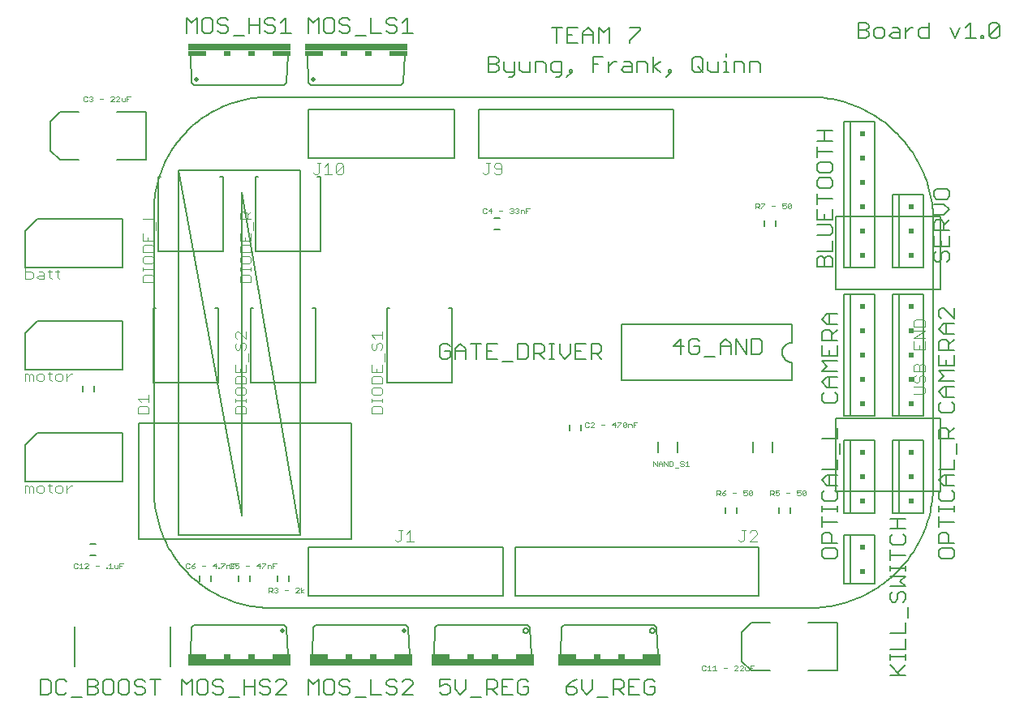
<source format=gto>
G75*
%MOIN*%
%OFA0B0*%
%FSLAX24Y24*%
%IPPOS*%
%LPD*%
%AMOC8*
5,1,8,0,0,1.08239X$1,22.5*
%
%ADD10C,0.0060*%
%ADD11C,0.0020*%
%ADD12C,0.0050*%
%ADD13C,0.0040*%
%ADD14C,0.0080*%
%ADD15R,0.0200X0.0200*%
%ADD16C,0.0200*%
%ADD17R,0.4200X0.0300*%
%ADD18R,0.0750X0.0200*%
%ADD19R,0.0300X0.0200*%
D10*
X005390Y010590D02*
X005710Y010590D01*
X005817Y010697D01*
X005817Y011124D01*
X005710Y011231D01*
X005390Y011231D01*
X005390Y010590D01*
X006035Y010697D02*
X006141Y010590D01*
X006355Y010590D01*
X006462Y010697D01*
X006679Y010483D02*
X007106Y010483D01*
X007324Y010590D02*
X007644Y010590D01*
X007751Y010697D01*
X007751Y010804D01*
X007644Y010910D01*
X007324Y010910D01*
X007644Y010910D02*
X007751Y011017D01*
X007751Y011124D01*
X007644Y011231D01*
X007324Y011231D01*
X007324Y010590D01*
X007968Y010697D02*
X007968Y011124D01*
X008075Y011231D01*
X008288Y011231D01*
X008395Y011124D01*
X008395Y010697D01*
X008288Y010590D01*
X008075Y010590D01*
X007968Y010697D01*
X008613Y010697D02*
X008613Y011124D01*
X008720Y011231D01*
X008933Y011231D01*
X009040Y011124D01*
X009040Y010697D01*
X008933Y010590D01*
X008720Y010590D01*
X008613Y010697D01*
X009257Y010697D02*
X009364Y010590D01*
X009578Y010590D01*
X009684Y010697D01*
X009684Y010804D01*
X009578Y010910D01*
X009364Y010910D01*
X009257Y011017D01*
X009257Y011124D01*
X009364Y011231D01*
X009578Y011231D01*
X009684Y011124D01*
X009902Y011231D02*
X010329Y011231D01*
X010115Y011231D02*
X010115Y010590D01*
X011190Y010590D02*
X011190Y011231D01*
X011404Y011017D01*
X011617Y011231D01*
X011617Y010590D01*
X011835Y010697D02*
X011941Y010590D01*
X012155Y010590D01*
X012262Y010697D01*
X012262Y011124D01*
X012155Y011231D01*
X011941Y011231D01*
X011835Y011124D01*
X011835Y010697D01*
X012479Y010697D02*
X012586Y010590D01*
X012799Y010590D01*
X012906Y010697D01*
X012906Y010804D01*
X012799Y010910D01*
X012586Y010910D01*
X012479Y011017D01*
X012479Y011124D01*
X012586Y011231D01*
X012799Y011231D01*
X012906Y011124D01*
X013124Y010483D02*
X013551Y010483D01*
X013768Y010590D02*
X013768Y011231D01*
X013768Y010910D02*
X014195Y010910D01*
X014413Y011017D02*
X014520Y010910D01*
X014733Y010910D01*
X014840Y010804D01*
X014840Y010697D01*
X014733Y010590D01*
X014520Y010590D01*
X014413Y010697D01*
X014195Y010590D02*
X014195Y011231D01*
X014413Y011124D02*
X014520Y011231D01*
X014733Y011231D01*
X014840Y011124D01*
X015057Y011124D02*
X015164Y011231D01*
X015378Y011231D01*
X015484Y011124D01*
X015484Y011017D01*
X015057Y010590D01*
X015484Y010590D01*
X016390Y010590D02*
X016390Y011231D01*
X016604Y011017D01*
X016817Y011231D01*
X016817Y010590D01*
X017035Y010697D02*
X017141Y010590D01*
X017355Y010590D01*
X017462Y010697D01*
X017462Y011124D01*
X017355Y011231D01*
X017141Y011231D01*
X017035Y011124D01*
X017035Y010697D01*
X017679Y010697D02*
X017786Y010590D01*
X017999Y010590D01*
X018106Y010697D01*
X018106Y010804D01*
X017999Y010910D01*
X017786Y010910D01*
X017679Y011017D01*
X017679Y011124D01*
X017786Y011231D01*
X017999Y011231D01*
X018106Y011124D01*
X018324Y010483D02*
X018751Y010483D01*
X018968Y010590D02*
X019395Y010590D01*
X019613Y010697D02*
X019720Y010590D01*
X019933Y010590D01*
X020040Y010697D01*
X020040Y010804D01*
X019933Y010910D01*
X019720Y010910D01*
X019613Y011017D01*
X019613Y011124D01*
X019720Y011231D01*
X019933Y011231D01*
X020040Y011124D01*
X020257Y011124D02*
X020364Y011231D01*
X020578Y011231D01*
X020684Y011124D01*
X020684Y011017D01*
X020257Y010590D01*
X020684Y010590D01*
X021790Y010697D02*
X021897Y010590D01*
X022110Y010590D01*
X022217Y010697D01*
X022217Y010910D01*
X022110Y011017D01*
X022004Y011017D01*
X021790Y010910D01*
X021790Y011231D01*
X022217Y011231D01*
X022435Y011231D02*
X022435Y010804D01*
X022648Y010590D01*
X022862Y010804D01*
X022862Y011231D01*
X023724Y011231D02*
X024044Y011231D01*
X024151Y011124D01*
X024151Y010910D01*
X024044Y010804D01*
X023724Y010804D01*
X023937Y010804D02*
X024151Y010590D01*
X024368Y010590D02*
X024795Y010590D01*
X025013Y010697D02*
X025013Y011124D01*
X025120Y011231D01*
X025333Y011231D01*
X025440Y011124D01*
X025440Y010910D02*
X025226Y010910D01*
X025440Y010910D02*
X025440Y010697D01*
X025333Y010590D01*
X025120Y010590D01*
X025013Y010697D01*
X024582Y010910D02*
X024368Y010910D01*
X024368Y010590D02*
X024368Y011231D01*
X024795Y011231D01*
X023724Y011231D02*
X023724Y010590D01*
X023506Y010483D02*
X023079Y010483D01*
X020560Y012210D02*
X020510Y013360D01*
X020410Y013460D01*
X016710Y013460D01*
X016610Y013360D01*
X016560Y012210D01*
X015560Y012210D02*
X015510Y013360D01*
X015410Y013460D01*
X011710Y013460D01*
X011610Y013360D01*
X011560Y012210D01*
X014413Y011124D02*
X014413Y011017D01*
X018968Y011231D02*
X018968Y010590D01*
X015596Y015242D02*
X015596Y015478D01*
X015124Y015478D02*
X015124Y015242D01*
X013996Y015242D02*
X013996Y015478D01*
X013524Y015478D02*
X013524Y015242D01*
X012396Y015242D02*
X012396Y015478D01*
X011924Y015478D02*
X011924Y015242D01*
X007678Y016324D02*
X007442Y016324D01*
X007442Y016796D02*
X007678Y016796D01*
X006355Y011231D02*
X006141Y011231D01*
X006035Y011124D01*
X006035Y010697D01*
X006462Y011124D02*
X006355Y011231D01*
X007124Y023042D02*
X007124Y023278D01*
X007596Y023278D02*
X007596Y023042D01*
X021790Y024497D02*
X021897Y024390D01*
X022110Y024390D01*
X022217Y024497D01*
X022217Y024710D01*
X022004Y024710D01*
X022217Y024924D02*
X022110Y025031D01*
X021897Y025031D01*
X021790Y024924D01*
X021790Y024497D01*
X022435Y024390D02*
X022435Y024817D01*
X022648Y025031D01*
X022862Y024817D01*
X022862Y024390D01*
X022862Y024710D02*
X022435Y024710D01*
X023079Y025031D02*
X023506Y025031D01*
X023293Y025031D02*
X023293Y024390D01*
X023724Y024390D02*
X024151Y024390D01*
X024368Y024283D02*
X024795Y024283D01*
X025013Y024390D02*
X025333Y024390D01*
X025440Y024497D01*
X025440Y024924D01*
X025333Y025031D01*
X025013Y025031D01*
X025013Y024390D01*
X025657Y024390D02*
X025657Y025031D01*
X025978Y025031D01*
X026084Y024924D01*
X026084Y024710D01*
X025978Y024604D01*
X025657Y024604D01*
X025871Y024604D02*
X026084Y024390D01*
X026302Y024390D02*
X026515Y024390D01*
X026409Y024390D02*
X026409Y025031D01*
X026515Y025031D02*
X026302Y025031D01*
X026732Y025031D02*
X026732Y024604D01*
X026945Y024390D01*
X027159Y024604D01*
X027159Y025031D01*
X027376Y025031D02*
X027376Y024390D01*
X027803Y024390D01*
X028021Y024390D02*
X028021Y025031D01*
X028341Y025031D01*
X028448Y024924D01*
X028448Y024710D01*
X028341Y024604D01*
X028021Y024604D01*
X028234Y024604D02*
X028448Y024390D01*
X027803Y025031D02*
X027376Y025031D01*
X027376Y024710D02*
X027590Y024710D01*
X029260Y025810D02*
X029260Y023510D01*
X036260Y023510D01*
X036260Y024260D01*
X036221Y024262D01*
X036182Y024268D01*
X036144Y024277D01*
X036107Y024290D01*
X036071Y024307D01*
X036038Y024327D01*
X036006Y024351D01*
X035977Y024377D01*
X035951Y024406D01*
X035927Y024438D01*
X035907Y024471D01*
X035890Y024507D01*
X035877Y024544D01*
X035868Y024582D01*
X035862Y024621D01*
X035860Y024660D01*
X035862Y024699D01*
X035868Y024738D01*
X035877Y024776D01*
X035890Y024813D01*
X035907Y024849D01*
X035927Y024882D01*
X035951Y024914D01*
X035977Y024943D01*
X036006Y024969D01*
X036038Y024993D01*
X036071Y025013D01*
X036107Y025030D01*
X036144Y025043D01*
X036182Y025052D01*
X036221Y025058D01*
X036260Y025060D01*
X036260Y025810D01*
X029260Y025810D01*
X031390Y024910D02*
X031817Y024910D01*
X032035Y024697D02*
X032035Y025124D01*
X032141Y025231D01*
X032355Y025231D01*
X032462Y025124D01*
X032462Y024910D02*
X032248Y024910D01*
X032462Y024910D02*
X032462Y024697D01*
X032355Y024590D01*
X032141Y024590D01*
X032035Y024697D01*
X031710Y024590D02*
X031710Y025231D01*
X031390Y024910D01*
X032679Y024483D02*
X033106Y024483D01*
X033324Y024590D02*
X033324Y025017D01*
X033537Y025231D01*
X033751Y025017D01*
X033751Y024590D01*
X033968Y024590D02*
X033968Y025231D01*
X034395Y024590D01*
X034395Y025231D01*
X034613Y025231D02*
X034933Y025231D01*
X035040Y025124D01*
X035040Y024697D01*
X034933Y024590D01*
X034613Y024590D01*
X034613Y025231D01*
X033751Y024910D02*
X033324Y024910D01*
X037489Y024951D02*
X037489Y024524D01*
X038130Y024524D01*
X038130Y024951D01*
X038130Y025168D02*
X037489Y025168D01*
X037489Y025488D01*
X037596Y025595D01*
X037810Y025595D01*
X037916Y025488D01*
X037916Y025168D01*
X037916Y025382D02*
X038130Y025595D01*
X038130Y025813D02*
X037703Y025813D01*
X037489Y026026D01*
X037703Y026240D01*
X038130Y026240D01*
X037810Y026240D02*
X037810Y025813D01*
X037810Y024737D02*
X037810Y024524D01*
X038130Y024306D02*
X037489Y024306D01*
X037703Y024093D01*
X037489Y023879D01*
X038130Y023879D01*
X038130Y023662D02*
X037703Y023662D01*
X037489Y023448D01*
X037703Y023235D01*
X038130Y023235D01*
X038023Y023017D02*
X038130Y022910D01*
X038130Y022697D01*
X038023Y022590D01*
X037596Y022590D01*
X037489Y022697D01*
X037489Y022910D01*
X037596Y023017D01*
X037810Y023235D02*
X037810Y023662D01*
X038410Y022060D02*
X038410Y027060D01*
X038660Y027060D01*
X039660Y027060D01*
X039660Y022060D01*
X038660Y022060D01*
X038410Y022060D01*
X038660Y022060D02*
X038660Y027060D01*
X038660Y028160D02*
X038410Y028160D01*
X038410Y034160D01*
X038660Y034160D01*
X039660Y034160D01*
X039660Y028160D01*
X038660Y028160D01*
X038660Y034160D01*
X037930Y033773D02*
X037289Y033773D01*
X037610Y033773D02*
X037610Y033346D01*
X037930Y033346D02*
X037289Y033346D01*
X037289Y033129D02*
X037289Y032702D01*
X037289Y032915D02*
X037930Y032915D01*
X037823Y032484D02*
X037396Y032484D01*
X037289Y032378D01*
X037289Y032164D01*
X037396Y032057D01*
X037823Y032057D01*
X037930Y032164D01*
X037930Y032378D01*
X037823Y032484D01*
X037823Y031840D02*
X037396Y031840D01*
X037289Y031733D01*
X037289Y031520D01*
X037396Y031413D01*
X037823Y031413D01*
X037930Y031520D01*
X037930Y031733D01*
X037823Y031840D01*
X037289Y031195D02*
X037289Y030768D01*
X037289Y030982D02*
X037930Y030982D01*
X037930Y030551D02*
X037930Y030124D01*
X037289Y030124D01*
X037289Y030551D01*
X037610Y030337D02*
X037610Y030124D01*
X037823Y029906D02*
X037289Y029906D01*
X037823Y029906D02*
X037930Y029799D01*
X037930Y029586D01*
X037823Y029479D01*
X037289Y029479D01*
X037289Y028835D02*
X037930Y028835D01*
X037930Y029262D01*
X037823Y028617D02*
X037930Y028510D01*
X037930Y028190D01*
X037289Y028190D01*
X037289Y028510D01*
X037396Y028617D01*
X037503Y028617D01*
X037610Y028510D01*
X037610Y028190D01*
X037610Y028510D02*
X037716Y028617D01*
X037823Y028617D01*
X035596Y029842D02*
X035596Y030078D01*
X035124Y030078D02*
X035124Y029842D01*
X040410Y031160D02*
X040410Y028160D01*
X040660Y028160D01*
X040660Y031160D01*
X040410Y031160D01*
X040660Y031160D02*
X041660Y031160D01*
X041660Y028160D01*
X040660Y028160D01*
X040660Y027060D02*
X040410Y027060D01*
X040410Y022060D01*
X040660Y022060D01*
X040660Y027060D01*
X041660Y027060D01*
X041660Y022060D01*
X040660Y022060D01*
X040660Y021060D02*
X040410Y021060D01*
X040410Y018060D01*
X040660Y018060D01*
X040660Y021060D01*
X041660Y021060D01*
X041660Y018060D01*
X040660Y018060D01*
X040610Y017833D02*
X040610Y017406D01*
X040823Y017188D02*
X040930Y017082D01*
X040930Y016868D01*
X040823Y016761D01*
X040396Y016761D01*
X040289Y016868D01*
X040289Y017082D01*
X040396Y017188D01*
X040289Y017406D02*
X040930Y017406D01*
X040930Y017833D02*
X040289Y017833D01*
X039660Y018060D02*
X039660Y021060D01*
X038660Y021060D01*
X038410Y021060D01*
X038410Y018060D01*
X038660Y018060D01*
X038660Y021060D01*
X038237Y020914D02*
X038237Y020487D01*
X038130Y020269D02*
X038130Y019842D01*
X037489Y019842D01*
X037703Y019625D02*
X038130Y019625D01*
X037810Y019625D02*
X037810Y019198D01*
X037703Y019198D02*
X037489Y019411D01*
X037703Y019625D01*
X037703Y019198D02*
X038130Y019198D01*
X038023Y018980D02*
X038130Y018874D01*
X038130Y018660D01*
X038023Y018553D01*
X037596Y018553D01*
X037489Y018660D01*
X037489Y018874D01*
X037596Y018980D01*
X037489Y018337D02*
X037489Y018124D01*
X037489Y018230D02*
X038130Y018230D01*
X038130Y018124D02*
X038130Y018337D01*
X038660Y018060D02*
X039660Y018060D01*
X039660Y017160D02*
X038660Y017160D01*
X038410Y017160D01*
X038410Y015160D01*
X038660Y015160D01*
X038660Y017160D01*
X038130Y016835D02*
X037489Y016835D01*
X037489Y017155D01*
X037596Y017262D01*
X037810Y017262D01*
X037916Y017155D01*
X037916Y016835D01*
X038023Y016617D02*
X037596Y016617D01*
X037489Y016510D01*
X037489Y016297D01*
X037596Y016190D01*
X038023Y016190D01*
X038130Y016297D01*
X038130Y016510D01*
X038023Y016617D01*
X037489Y017479D02*
X037489Y017906D01*
X037489Y017693D02*
X038130Y017693D01*
X039660Y017160D02*
X039660Y015160D01*
X038660Y015160D01*
X040289Y015042D02*
X040930Y015042D01*
X040716Y015256D01*
X040930Y015469D01*
X040289Y015469D01*
X040289Y015687D02*
X040289Y015901D01*
X040289Y015794D02*
X040930Y015794D01*
X040930Y015687D02*
X040930Y015901D01*
X040930Y016330D02*
X040289Y016330D01*
X040289Y016117D02*
X040289Y016544D01*
X040396Y014825D02*
X040289Y014718D01*
X040289Y014505D01*
X040396Y014398D01*
X040503Y014398D01*
X040610Y014505D01*
X040610Y014718D01*
X040716Y014825D01*
X040823Y014825D01*
X040930Y014718D01*
X040930Y014505D01*
X040823Y014398D01*
X041037Y014180D02*
X041037Y013753D01*
X040930Y013536D02*
X040930Y013109D01*
X040289Y013109D01*
X040289Y012464D02*
X040930Y012464D01*
X040930Y012891D01*
X040930Y012248D02*
X040930Y012035D01*
X040930Y012141D02*
X040289Y012141D01*
X040289Y012035D02*
X040289Y012248D01*
X040289Y011817D02*
X040716Y011390D01*
X040610Y011497D02*
X040930Y011817D01*
X040930Y011390D02*
X040289Y011390D01*
X042396Y016190D02*
X042823Y016190D01*
X042930Y016297D01*
X042930Y016510D01*
X042823Y016617D01*
X042396Y016617D01*
X042289Y016510D01*
X042289Y016297D01*
X042396Y016190D01*
X042289Y016835D02*
X042289Y017155D01*
X042396Y017262D01*
X042610Y017262D01*
X042716Y017155D01*
X042716Y016835D01*
X042930Y016835D02*
X042289Y016835D01*
X042289Y017479D02*
X042289Y017906D01*
X042289Y017693D02*
X042930Y017693D01*
X042930Y018124D02*
X042930Y018337D01*
X042930Y018230D02*
X042289Y018230D01*
X042289Y018124D02*
X042289Y018337D01*
X042396Y018553D02*
X042823Y018553D01*
X042930Y018660D01*
X042930Y018874D01*
X042823Y018980D01*
X042930Y019198D02*
X042503Y019198D01*
X042289Y019411D01*
X042503Y019625D01*
X042930Y019625D01*
X042930Y019842D02*
X042930Y020269D01*
X043037Y020487D02*
X043037Y020914D01*
X042930Y021132D02*
X042289Y021132D01*
X042289Y021452D01*
X042396Y021559D01*
X042610Y021559D01*
X042716Y021452D01*
X042716Y021132D01*
X042716Y021345D02*
X042930Y021559D01*
X042823Y022190D02*
X042396Y022190D01*
X042289Y022297D01*
X042289Y022510D01*
X042396Y022617D01*
X042503Y022835D02*
X042289Y023048D01*
X042503Y023262D01*
X042930Y023262D01*
X042930Y023479D02*
X042289Y023479D01*
X042503Y023693D01*
X042289Y023906D01*
X042930Y023906D01*
X042930Y024124D02*
X042289Y024124D01*
X042289Y024551D01*
X042289Y024768D02*
X042289Y025088D01*
X042396Y025195D01*
X042610Y025195D01*
X042716Y025088D01*
X042716Y024768D01*
X042716Y024982D02*
X042930Y025195D01*
X042930Y025413D02*
X042503Y025413D01*
X042289Y025626D01*
X042503Y025840D01*
X042930Y025840D01*
X042930Y026057D02*
X042503Y026484D01*
X042396Y026484D01*
X042289Y026378D01*
X042289Y026164D01*
X042396Y026057D01*
X042610Y025840D02*
X042610Y025413D01*
X042930Y026057D02*
X042930Y026484D01*
X042930Y024768D02*
X042289Y024768D01*
X042610Y024337D02*
X042610Y024124D01*
X042930Y024124D02*
X042930Y024551D01*
X042610Y023262D02*
X042610Y022835D01*
X042503Y022835D02*
X042930Y022835D01*
X042823Y022617D02*
X042930Y022510D01*
X042930Y022297D01*
X042823Y022190D01*
X042930Y019842D02*
X042289Y019842D01*
X042610Y019625D02*
X042610Y019198D01*
X042396Y018980D02*
X042289Y018874D01*
X042289Y018660D01*
X042396Y018553D01*
X038130Y021132D02*
X038130Y021559D01*
X038130Y021132D02*
X037489Y021132D01*
X036196Y018278D02*
X036196Y018042D01*
X035724Y018042D02*
X035724Y018278D01*
X033996Y018278D02*
X033996Y018042D01*
X033524Y018042D02*
X033524Y018278D01*
X027596Y021442D02*
X027596Y021678D01*
X027124Y021678D02*
X027124Y021442D01*
X023724Y024390D02*
X023724Y025031D01*
X024151Y025031D01*
X023937Y024710D02*
X023724Y024710D01*
X024042Y029724D02*
X024278Y029724D01*
X024278Y030196D02*
X024042Y030196D01*
X020210Y035660D02*
X016510Y035660D01*
X016410Y035760D01*
X016360Y036910D01*
X015560Y036910D02*
X015510Y035760D01*
X015410Y035660D01*
X011710Y035660D01*
X011610Y035760D01*
X011560Y036910D01*
X011390Y037790D02*
X011390Y038431D01*
X011604Y038217D01*
X011817Y038431D01*
X011817Y037790D01*
X012035Y037897D02*
X012035Y038324D01*
X012141Y038431D01*
X012355Y038431D01*
X012462Y038324D01*
X012462Y037897D01*
X012355Y037790D01*
X012141Y037790D01*
X012035Y037897D01*
X012679Y037897D02*
X012786Y037790D01*
X012999Y037790D01*
X013106Y037897D01*
X013106Y038004D01*
X012999Y038110D01*
X012786Y038110D01*
X012679Y038217D01*
X012679Y038324D01*
X012786Y038431D01*
X012999Y038431D01*
X013106Y038324D01*
X013968Y038431D02*
X013968Y037790D01*
X013751Y037683D02*
X013324Y037683D01*
X013968Y038110D02*
X014395Y038110D01*
X014613Y038217D02*
X014720Y038110D01*
X014933Y038110D01*
X015040Y038004D01*
X015040Y037897D01*
X014933Y037790D01*
X014720Y037790D01*
X014613Y037897D01*
X014395Y037790D02*
X014395Y038431D01*
X014613Y038324D02*
X014613Y038217D01*
X014613Y038324D02*
X014720Y038431D01*
X014933Y038431D01*
X015040Y038324D01*
X015257Y038217D02*
X015471Y038431D01*
X015471Y037790D01*
X015684Y037790D02*
X015257Y037790D01*
X016390Y037790D02*
X016390Y038431D01*
X016604Y038217D01*
X016817Y038431D01*
X016817Y037790D01*
X017035Y037897D02*
X017141Y037790D01*
X017355Y037790D01*
X017462Y037897D01*
X017462Y038324D01*
X017355Y038431D01*
X017141Y038431D01*
X017035Y038324D01*
X017035Y037897D01*
X017679Y037897D02*
X017786Y037790D01*
X017999Y037790D01*
X018106Y037897D01*
X018106Y038004D01*
X017999Y038110D01*
X017786Y038110D01*
X017679Y038217D01*
X017679Y038324D01*
X017786Y038431D01*
X017999Y038431D01*
X018106Y038324D01*
X018324Y037683D02*
X018751Y037683D01*
X018968Y037790D02*
X019395Y037790D01*
X019613Y037897D02*
X019720Y037790D01*
X019933Y037790D01*
X020040Y037897D01*
X020040Y038004D01*
X019933Y038110D01*
X019720Y038110D01*
X019613Y038217D01*
X019613Y038324D01*
X019720Y038431D01*
X019933Y038431D01*
X020040Y038324D01*
X020257Y038217D02*
X020471Y038431D01*
X020471Y037790D01*
X020684Y037790D02*
X020257Y037790D01*
X018968Y037790D02*
X018968Y038431D01*
X020360Y036910D02*
X020310Y035760D01*
X020210Y035660D01*
X023790Y036190D02*
X024110Y036190D01*
X024217Y036297D01*
X024217Y036404D01*
X024110Y036510D01*
X023790Y036510D01*
X023790Y036190D02*
X023790Y036831D01*
X024110Y036831D01*
X024217Y036724D01*
X024217Y036617D01*
X024110Y036510D01*
X024435Y036617D02*
X024435Y036297D01*
X024541Y036190D01*
X024862Y036190D01*
X024862Y036083D02*
X024755Y035976D01*
X024648Y035976D01*
X024862Y036083D02*
X024862Y036617D01*
X025079Y036617D02*
X025079Y036297D01*
X025186Y036190D01*
X025506Y036190D01*
X025506Y036617D01*
X025724Y036617D02*
X026044Y036617D01*
X026151Y036510D01*
X026151Y036190D01*
X026368Y036297D02*
X026475Y036190D01*
X026795Y036190D01*
X026795Y036083D02*
X026795Y036617D01*
X026475Y036617D01*
X026368Y036510D01*
X026368Y036297D01*
X026582Y035976D02*
X026688Y035976D01*
X026795Y036083D01*
X027013Y035976D02*
X027226Y036190D01*
X027120Y036190D01*
X027120Y036297D01*
X027226Y036297D01*
X027226Y036190D01*
X028087Y036190D02*
X028087Y036831D01*
X028514Y036831D01*
X028732Y036617D02*
X028732Y036190D01*
X028732Y036404D02*
X028945Y036617D01*
X029052Y036617D01*
X029375Y036617D02*
X029589Y036617D01*
X029696Y036510D01*
X029696Y036190D01*
X029375Y036190D01*
X029269Y036297D01*
X029375Y036404D01*
X029696Y036404D01*
X029913Y036617D02*
X030233Y036617D01*
X030340Y036510D01*
X030340Y036190D01*
X030558Y036190D02*
X030558Y036831D01*
X030878Y036617D02*
X030558Y036404D01*
X030878Y036190D01*
X031095Y035976D02*
X031308Y036190D01*
X031202Y036190D01*
X031202Y036297D01*
X031308Y036297D01*
X031308Y036190D01*
X032169Y036297D02*
X032276Y036190D01*
X032489Y036190D01*
X032596Y036297D01*
X032596Y036724D01*
X032489Y036831D01*
X032276Y036831D01*
X032169Y036724D01*
X032169Y036297D01*
X032383Y036404D02*
X032596Y036190D01*
X032814Y036297D02*
X032920Y036190D01*
X033241Y036190D01*
X033241Y036617D01*
X033458Y036617D02*
X033565Y036617D01*
X033565Y036190D01*
X033458Y036190D02*
X033672Y036190D01*
X033888Y036190D02*
X033888Y036617D01*
X034208Y036617D01*
X034315Y036510D01*
X034315Y036190D01*
X034532Y036190D02*
X034532Y036617D01*
X034853Y036617D01*
X034960Y036510D01*
X034960Y036190D01*
X033565Y036831D02*
X033565Y036937D01*
X032814Y036617D02*
X032814Y036297D01*
X029913Y036190D02*
X029913Y036617D01*
X029613Y037390D02*
X029613Y037497D01*
X030040Y037924D01*
X030040Y038031D01*
X029613Y038031D01*
X028751Y038031D02*
X028751Y037390D01*
X028324Y037390D02*
X028324Y038031D01*
X028537Y037817D01*
X028751Y038031D01*
X028106Y037817D02*
X028106Y037390D01*
X028106Y037710D02*
X027679Y037710D01*
X027679Y037817D02*
X027679Y037390D01*
X027462Y037390D02*
X027035Y037390D01*
X027035Y038031D01*
X027462Y038031D01*
X027679Y037817D02*
X027893Y038031D01*
X028106Y037817D01*
X027248Y037710D02*
X027035Y037710D01*
X026817Y038031D02*
X026390Y038031D01*
X026604Y038031D02*
X026604Y037390D01*
X025724Y036617D02*
X025724Y036190D01*
X028087Y036510D02*
X028301Y036510D01*
X038990Y037590D02*
X039310Y037590D01*
X039417Y037697D01*
X039417Y037804D01*
X039310Y037910D01*
X038990Y037910D01*
X038990Y037590D02*
X038990Y038231D01*
X039310Y038231D01*
X039417Y038124D01*
X039417Y038017D01*
X039310Y037910D01*
X039635Y037910D02*
X039635Y037697D01*
X039741Y037590D01*
X039955Y037590D01*
X040062Y037697D01*
X040062Y037910D01*
X039955Y038017D01*
X039741Y038017D01*
X039635Y037910D01*
X040279Y037697D02*
X040386Y037804D01*
X040706Y037804D01*
X040706Y037910D02*
X040706Y037590D01*
X040386Y037590D01*
X040279Y037697D01*
X040386Y038017D02*
X040599Y038017D01*
X040706Y037910D01*
X040924Y037804D02*
X041137Y038017D01*
X041244Y038017D01*
X041461Y037910D02*
X041568Y038017D01*
X041888Y038017D01*
X041888Y038231D02*
X041888Y037590D01*
X041568Y037590D01*
X041461Y037697D01*
X041461Y037910D01*
X040924Y038017D02*
X040924Y037590D01*
X042750Y038017D02*
X042963Y037590D01*
X043177Y038017D01*
X043394Y038017D02*
X043608Y038231D01*
X043608Y037590D01*
X043821Y037590D02*
X043394Y037590D01*
X044039Y037590D02*
X044146Y037590D01*
X044146Y037697D01*
X044039Y037697D01*
X044039Y037590D01*
X044361Y037697D02*
X044788Y038124D01*
X044788Y037697D01*
X044682Y037590D01*
X044468Y037590D01*
X044361Y037697D01*
X044361Y038124D01*
X044468Y038231D01*
X044682Y038231D01*
X044788Y038124D01*
X042623Y031395D02*
X042196Y031395D01*
X042089Y031288D01*
X042089Y031075D01*
X042196Y030968D01*
X042623Y030968D01*
X042730Y031075D01*
X042730Y031288D01*
X042623Y031395D01*
X042516Y030751D02*
X042089Y030751D01*
X042089Y030324D02*
X042516Y030324D01*
X042730Y030537D01*
X042516Y030751D01*
X042410Y030106D02*
X042196Y030106D01*
X042089Y029999D01*
X042089Y029679D01*
X042730Y029679D01*
X042516Y029679D02*
X042516Y029999D01*
X042410Y030106D01*
X042516Y029893D02*
X042730Y030106D01*
X042730Y029462D02*
X042730Y029035D01*
X042089Y029035D01*
X042089Y029462D01*
X042410Y029248D02*
X042410Y029035D01*
X042516Y028817D02*
X042623Y028817D01*
X042730Y028710D01*
X042730Y028497D01*
X042623Y028390D01*
X042410Y028497D02*
X042410Y028710D01*
X042516Y028817D01*
X042196Y028817D02*
X042089Y028710D01*
X042089Y028497D01*
X042196Y028390D01*
X042303Y028390D01*
X042410Y028497D01*
X030533Y011231D02*
X030320Y011231D01*
X030213Y011124D01*
X030213Y010697D01*
X030320Y010590D01*
X030533Y010590D01*
X030640Y010697D01*
X030640Y010910D01*
X030426Y010910D01*
X030640Y011124D02*
X030533Y011231D01*
X029995Y011231D02*
X029568Y011231D01*
X029568Y010590D01*
X029995Y010590D01*
X029782Y010910D02*
X029568Y010910D01*
X029351Y010910D02*
X029244Y010804D01*
X028924Y010804D01*
X029137Y010804D02*
X029351Y010590D01*
X029351Y010910D02*
X029351Y011124D01*
X029244Y011231D01*
X028924Y011231D01*
X028924Y010590D01*
X028706Y010483D02*
X028279Y010483D01*
X028062Y010804D02*
X028062Y011231D01*
X027635Y011231D02*
X027635Y010804D01*
X027848Y010590D01*
X028062Y010804D01*
X027417Y010804D02*
X027417Y010697D01*
X027310Y010590D01*
X027097Y010590D01*
X026990Y010697D01*
X026990Y010910D01*
X027310Y010910D01*
X027417Y010804D01*
X027204Y011124D02*
X026990Y010910D01*
X027204Y011124D02*
X027417Y011231D01*
D11*
X032570Y011607D02*
X032607Y011570D01*
X032680Y011570D01*
X032717Y011607D01*
X032791Y011570D02*
X032938Y011570D01*
X032864Y011570D02*
X032864Y011790D01*
X032791Y011717D01*
X032717Y011753D02*
X032680Y011790D01*
X032607Y011790D01*
X032570Y011753D01*
X032570Y011607D01*
X033012Y011570D02*
X033159Y011570D01*
X033085Y011570D02*
X033085Y011790D01*
X033012Y011717D01*
X033454Y011680D02*
X033601Y011680D01*
X033896Y011753D02*
X033933Y011790D01*
X034006Y011790D01*
X034043Y011753D01*
X034043Y011717D01*
X033896Y011570D01*
X034043Y011570D01*
X034117Y011570D02*
X034264Y011717D01*
X034264Y011753D01*
X034227Y011790D01*
X034154Y011790D01*
X034117Y011753D01*
X034117Y011570D02*
X034264Y011570D01*
X034338Y011607D02*
X034375Y011570D01*
X034485Y011570D01*
X034485Y011717D01*
X034559Y011680D02*
X034632Y011680D01*
X034559Y011570D02*
X034559Y011790D01*
X034706Y011790D01*
X034338Y011717D02*
X034338Y011607D01*
X034312Y018770D02*
X034275Y018807D01*
X034312Y018770D02*
X034385Y018770D01*
X034422Y018807D01*
X034422Y018880D01*
X034385Y018917D01*
X034348Y018917D01*
X034275Y018880D01*
X034275Y018990D01*
X034422Y018990D01*
X034496Y018953D02*
X034533Y018990D01*
X034606Y018990D01*
X034643Y018953D01*
X034496Y018807D01*
X034533Y018770D01*
X034606Y018770D01*
X034643Y018807D01*
X034643Y018953D01*
X034496Y018953D02*
X034496Y018807D01*
X033980Y018880D02*
X033833Y018880D01*
X033538Y018843D02*
X033501Y018880D01*
X033391Y018880D01*
X033391Y018807D01*
X033428Y018770D01*
X033501Y018770D01*
X033538Y018807D01*
X033538Y018843D01*
X033464Y018953D02*
X033391Y018880D01*
X033317Y018880D02*
X033280Y018843D01*
X033170Y018843D01*
X033170Y018770D02*
X033170Y018990D01*
X033280Y018990D01*
X033317Y018953D01*
X033317Y018880D01*
X033243Y018843D02*
X033317Y018770D01*
X033464Y018953D02*
X033538Y018990D01*
X032043Y019970D02*
X031896Y019970D01*
X031969Y019970D02*
X031969Y020190D01*
X031896Y020117D01*
X031822Y020153D02*
X031785Y020190D01*
X031712Y020190D01*
X031675Y020153D01*
X031675Y020117D01*
X031712Y020080D01*
X031785Y020080D01*
X031822Y020043D01*
X031822Y020007D01*
X031785Y019970D01*
X031712Y019970D01*
X031675Y020007D01*
X031601Y019933D02*
X031454Y019933D01*
X031380Y020007D02*
X031380Y020153D01*
X031343Y020190D01*
X031233Y020190D01*
X031233Y019970D01*
X031343Y019970D01*
X031380Y020007D01*
X031159Y019970D02*
X031159Y020190D01*
X031012Y020190D02*
X031159Y019970D01*
X031012Y019970D02*
X031012Y020190D01*
X030938Y020117D02*
X030938Y019970D01*
X030938Y020080D02*
X030791Y020080D01*
X030791Y020117D02*
X030864Y020190D01*
X030938Y020117D01*
X030791Y020117D02*
X030791Y019970D01*
X030717Y019970D02*
X030717Y020190D01*
X030570Y020190D02*
X030717Y019970D01*
X030570Y019970D02*
X030570Y020190D01*
X029759Y021570D02*
X029759Y021790D01*
X029906Y021790D01*
X029832Y021680D02*
X029759Y021680D01*
X029685Y021680D02*
X029685Y021570D01*
X029685Y021680D02*
X029648Y021717D01*
X029538Y021717D01*
X029538Y021570D01*
X029464Y021607D02*
X029427Y021570D01*
X029354Y021570D01*
X029317Y021607D01*
X029464Y021753D01*
X029464Y021607D01*
X029464Y021753D02*
X029427Y021790D01*
X029354Y021790D01*
X029317Y021753D01*
X029317Y021607D01*
X029243Y021753D02*
X029096Y021607D01*
X029096Y021570D01*
X028985Y021570D02*
X028985Y021790D01*
X028875Y021680D01*
X029022Y021680D01*
X029096Y021790D02*
X029243Y021790D01*
X029243Y021753D01*
X028580Y021680D02*
X028433Y021680D01*
X028138Y021717D02*
X027991Y021570D01*
X028138Y021570D01*
X028138Y021717D02*
X028138Y021753D01*
X028101Y021790D01*
X028028Y021790D01*
X027991Y021753D01*
X027917Y021753D02*
X027880Y021790D01*
X027807Y021790D01*
X027770Y021753D01*
X027770Y021607D01*
X027807Y021570D01*
X027880Y021570D01*
X027917Y021607D01*
X035370Y018990D02*
X035480Y018990D01*
X035517Y018953D01*
X035517Y018880D01*
X035480Y018843D01*
X035370Y018843D01*
X035370Y018770D02*
X035370Y018990D01*
X035443Y018843D02*
X035517Y018770D01*
X035591Y018807D02*
X035628Y018770D01*
X035701Y018770D01*
X035738Y018807D01*
X035738Y018880D01*
X035701Y018917D01*
X035664Y018917D01*
X035591Y018880D01*
X035591Y018990D01*
X035738Y018990D01*
X036033Y018880D02*
X036180Y018880D01*
X036475Y018880D02*
X036548Y018917D01*
X036585Y018917D01*
X036622Y018880D01*
X036622Y018807D01*
X036585Y018770D01*
X036512Y018770D01*
X036475Y018807D01*
X036475Y018880D02*
X036475Y018990D01*
X036622Y018990D01*
X036696Y018953D02*
X036733Y018990D01*
X036806Y018990D01*
X036843Y018953D01*
X036696Y018807D01*
X036733Y018770D01*
X036806Y018770D01*
X036843Y018807D01*
X036843Y018953D01*
X036696Y018953D02*
X036696Y018807D01*
X036206Y030570D02*
X036133Y030570D01*
X036096Y030607D01*
X036243Y030753D01*
X036243Y030607D01*
X036206Y030570D01*
X036096Y030607D02*
X036096Y030753D01*
X036133Y030790D01*
X036206Y030790D01*
X036243Y030753D01*
X036022Y030790D02*
X035875Y030790D01*
X035875Y030680D01*
X035948Y030717D01*
X035985Y030717D01*
X036022Y030680D01*
X036022Y030607D01*
X035985Y030570D01*
X035912Y030570D01*
X035875Y030607D01*
X035580Y030680D02*
X035433Y030680D01*
X035138Y030753D02*
X034991Y030607D01*
X034991Y030570D01*
X034917Y030570D02*
X034843Y030643D01*
X034880Y030643D02*
X034770Y030643D01*
X034770Y030570D02*
X034770Y030790D01*
X034880Y030790D01*
X034917Y030753D01*
X034917Y030680D01*
X034880Y030643D01*
X034991Y030790D02*
X035138Y030790D01*
X035138Y030753D01*
X025485Y030590D02*
X025338Y030590D01*
X025338Y030370D01*
X025264Y030370D02*
X025264Y030480D01*
X025227Y030517D01*
X025117Y030517D01*
X025117Y030370D01*
X025043Y030407D02*
X025006Y030370D01*
X024933Y030370D01*
X024896Y030407D01*
X024822Y030407D02*
X024785Y030370D01*
X024712Y030370D01*
X024675Y030407D01*
X024748Y030480D02*
X024785Y030480D01*
X024822Y030443D01*
X024822Y030407D01*
X024785Y030480D02*
X024822Y030517D01*
X024822Y030553D01*
X024785Y030590D01*
X024712Y030590D01*
X024675Y030553D01*
X024896Y030553D02*
X024933Y030590D01*
X025006Y030590D01*
X025043Y030553D01*
X025043Y030517D01*
X025006Y030480D01*
X025043Y030443D01*
X025043Y030407D01*
X025006Y030480D02*
X024969Y030480D01*
X025338Y030480D02*
X025411Y030480D01*
X024380Y030480D02*
X024233Y030480D01*
X023938Y030480D02*
X023791Y030480D01*
X023901Y030590D01*
X023901Y030370D01*
X023717Y030407D02*
X023680Y030370D01*
X023607Y030370D01*
X023570Y030407D01*
X023570Y030553D01*
X023607Y030590D01*
X023680Y030590D01*
X023717Y030553D01*
X009085Y035190D02*
X008938Y035190D01*
X008938Y034970D01*
X008864Y034970D02*
X008864Y035117D01*
X008938Y035080D02*
X009011Y035080D01*
X008864Y034970D02*
X008754Y034970D01*
X008717Y035007D01*
X008717Y035117D01*
X008643Y035117D02*
X008643Y035153D01*
X008606Y035190D01*
X008533Y035190D01*
X008496Y035153D01*
X008422Y035153D02*
X008385Y035190D01*
X008312Y035190D01*
X008275Y035153D01*
X008422Y035153D02*
X008422Y035117D01*
X008275Y034970D01*
X008422Y034970D01*
X008496Y034970D02*
X008643Y035117D01*
X008643Y034970D02*
X008496Y034970D01*
X007980Y035080D02*
X007833Y035080D01*
X007538Y035043D02*
X007538Y035007D01*
X007501Y034970D01*
X007428Y034970D01*
X007391Y035007D01*
X007317Y035007D02*
X007280Y034970D01*
X007207Y034970D01*
X007170Y035007D01*
X007170Y035153D01*
X007207Y035190D01*
X007280Y035190D01*
X007317Y035153D01*
X007391Y035153D02*
X007428Y035190D01*
X007501Y035190D01*
X007538Y035153D01*
X007538Y035117D01*
X007501Y035080D01*
X007538Y035043D01*
X007501Y035080D02*
X007464Y035080D01*
X007322Y015990D02*
X007249Y015990D01*
X007212Y015953D01*
X007322Y015990D02*
X007359Y015953D01*
X007359Y015917D01*
X007212Y015770D01*
X007359Y015770D01*
X007138Y015770D02*
X006991Y015770D01*
X007064Y015770D02*
X007064Y015990D01*
X006991Y015917D01*
X006917Y015953D02*
X006880Y015990D01*
X006807Y015990D01*
X006770Y015953D01*
X006770Y015807D01*
X006807Y015770D01*
X006880Y015770D01*
X006917Y015807D01*
X007654Y015880D02*
X007801Y015880D01*
X008096Y015807D02*
X008133Y015807D01*
X008133Y015770D01*
X008096Y015770D01*
X008096Y015807D01*
X008206Y015770D02*
X008353Y015770D01*
X008280Y015770D02*
X008280Y015990D01*
X008206Y015917D01*
X008427Y015917D02*
X008427Y015807D01*
X008464Y015770D01*
X008574Y015770D01*
X008574Y015917D01*
X008648Y015880D02*
X008722Y015880D01*
X008648Y015990D02*
X008795Y015990D01*
X008648Y015990D02*
X008648Y015770D01*
X011370Y015807D02*
X011407Y015770D01*
X011480Y015770D01*
X011517Y015807D01*
X011591Y015807D02*
X011628Y015770D01*
X011701Y015770D01*
X011738Y015807D01*
X011738Y015843D01*
X011701Y015880D01*
X011591Y015880D01*
X011591Y015807D01*
X011591Y015880D02*
X011664Y015953D01*
X011738Y015990D01*
X011517Y015953D02*
X011480Y015990D01*
X011407Y015990D01*
X011370Y015953D01*
X011370Y015807D01*
X012033Y015880D02*
X012180Y015880D01*
X012475Y015880D02*
X012622Y015880D01*
X012696Y015807D02*
X012733Y015807D01*
X012733Y015770D01*
X012696Y015770D01*
X012696Y015807D01*
X012806Y015807D02*
X012806Y015770D01*
X012806Y015807D02*
X012953Y015953D01*
X012953Y015990D01*
X012806Y015990D01*
X012585Y015990D02*
X012475Y015880D01*
X012585Y015770D02*
X012585Y015990D01*
X013027Y015917D02*
X013027Y015770D01*
X013027Y015917D02*
X013138Y015917D01*
X013174Y015880D01*
X013174Y015770D01*
X013207Y015770D02*
X013280Y015770D01*
X013317Y015807D01*
X013322Y015880D02*
X013248Y015880D01*
X013317Y015953D02*
X013280Y015990D01*
X013207Y015990D01*
X013170Y015953D01*
X013170Y015807D01*
X013207Y015770D01*
X013248Y015770D02*
X013248Y015990D01*
X013395Y015990D01*
X013391Y015990D02*
X013391Y015880D01*
X013464Y015917D01*
X013501Y015917D01*
X013538Y015880D01*
X013538Y015807D01*
X013501Y015770D01*
X013428Y015770D01*
X013391Y015807D01*
X013391Y015990D02*
X013538Y015990D01*
X013833Y015880D02*
X013980Y015880D01*
X014275Y015880D02*
X014422Y015880D01*
X014496Y015807D02*
X014496Y015770D01*
X014496Y015807D02*
X014643Y015953D01*
X014643Y015990D01*
X014496Y015990D01*
X014385Y015990D02*
X014275Y015880D01*
X014385Y015770D02*
X014385Y015990D01*
X014717Y015917D02*
X014717Y015770D01*
X014864Y015770D02*
X014864Y015880D01*
X014827Y015917D01*
X014717Y015917D01*
X014938Y015880D02*
X015011Y015880D01*
X014938Y015770D02*
X014938Y015990D01*
X015085Y015990D01*
X015101Y014990D02*
X015138Y014953D01*
X015138Y014917D01*
X015101Y014880D01*
X015138Y014843D01*
X015138Y014807D01*
X015101Y014770D01*
X015028Y014770D01*
X014991Y014807D01*
X014917Y014770D02*
X014843Y014843D01*
X014880Y014843D02*
X014770Y014843D01*
X014770Y014770D02*
X014770Y014990D01*
X014880Y014990D01*
X014917Y014953D01*
X014917Y014880D01*
X014880Y014843D01*
X014991Y014953D02*
X015028Y014990D01*
X015101Y014990D01*
X015101Y014880D02*
X015064Y014880D01*
X015433Y014880D02*
X015580Y014880D01*
X015875Y014953D02*
X015912Y014990D01*
X015985Y014990D01*
X016022Y014953D01*
X016022Y014917D01*
X015875Y014770D01*
X016022Y014770D01*
X016096Y014770D02*
X016096Y014990D01*
X016206Y014917D02*
X016096Y014843D01*
X016206Y014770D01*
D12*
X016410Y014660D02*
X016410Y016660D01*
X024410Y016660D01*
X024410Y014660D01*
X016410Y014660D01*
X014860Y014160D02*
X036760Y014160D01*
X034910Y014660D02*
X034910Y016660D01*
X024910Y016660D01*
X024910Y014660D01*
X034910Y014660D01*
X030710Y013360D02*
X030760Y012210D01*
X030430Y013220D02*
X030432Y013240D01*
X030438Y013258D01*
X030447Y013276D01*
X030459Y013291D01*
X030474Y013303D01*
X030492Y013312D01*
X030510Y013318D01*
X030530Y013320D01*
X030550Y013318D01*
X030568Y013312D01*
X030586Y013303D01*
X030601Y013291D01*
X030613Y013276D01*
X030622Y013258D01*
X030628Y013240D01*
X030630Y013220D01*
X030628Y013200D01*
X030622Y013182D01*
X030613Y013164D01*
X030601Y013149D01*
X030586Y013137D01*
X030568Y013128D01*
X030550Y013122D01*
X030530Y013120D01*
X030510Y013122D01*
X030492Y013128D01*
X030474Y013137D01*
X030459Y013149D01*
X030447Y013164D01*
X030438Y013182D01*
X030432Y013200D01*
X030430Y013220D01*
X030610Y013460D02*
X030710Y013360D01*
X030610Y013460D02*
X026910Y013460D01*
X026810Y013360D01*
X026760Y012210D01*
X025560Y012210D02*
X025510Y013360D01*
X025410Y013460D01*
X021710Y013460D01*
X021610Y013360D01*
X021560Y012210D01*
X025230Y013220D02*
X025232Y013240D01*
X025238Y013258D01*
X025247Y013276D01*
X025259Y013291D01*
X025274Y013303D01*
X025292Y013312D01*
X025310Y013318D01*
X025330Y013320D01*
X025350Y013318D01*
X025368Y013312D01*
X025386Y013303D01*
X025401Y013291D01*
X025413Y013276D01*
X025422Y013258D01*
X025428Y013240D01*
X025430Y013220D01*
X025428Y013200D01*
X025422Y013182D01*
X025413Y013164D01*
X025401Y013149D01*
X025386Y013137D01*
X025368Y013128D01*
X025350Y013122D01*
X025330Y013120D01*
X025310Y013122D01*
X025292Y013128D01*
X025274Y013137D01*
X025259Y013149D01*
X025247Y013164D01*
X025238Y013182D01*
X025232Y013200D01*
X025230Y013220D01*
X018176Y016994D02*
X018176Y021744D01*
X009426Y021744D01*
X009426Y016994D01*
X018176Y016994D01*
X016060Y017160D02*
X013660Y031260D01*
X013660Y017960D01*
X011060Y032160D01*
X011060Y017160D01*
X016060Y017160D01*
X016060Y032160D01*
X011060Y032160D01*
X010340Y031900D02*
X010221Y031900D01*
X010221Y028829D01*
X012899Y028829D01*
X012899Y031900D01*
X012780Y031900D01*
X014221Y031900D02*
X014221Y028829D01*
X016899Y028829D01*
X016899Y031900D01*
X016780Y031900D01*
X016410Y032660D02*
X016410Y034660D01*
X022410Y034660D01*
X022410Y032660D01*
X016410Y032660D01*
X014340Y031900D02*
X014221Y031900D01*
X014760Y035160D02*
X014624Y035158D01*
X014488Y035152D01*
X014352Y035142D01*
X014217Y035129D01*
X014082Y035111D01*
X013948Y035089D01*
X013814Y035064D01*
X013681Y035035D01*
X013549Y035001D01*
X013418Y034964D01*
X013288Y034924D01*
X013160Y034879D01*
X013033Y034831D01*
X012907Y034779D01*
X012783Y034724D01*
X012660Y034665D01*
X012539Y034602D01*
X012420Y034536D01*
X012303Y034467D01*
X012188Y034394D01*
X012075Y034318D01*
X011965Y034239D01*
X011857Y034156D01*
X011751Y034071D01*
X011648Y033982D01*
X011547Y033891D01*
X011449Y033796D01*
X011354Y033699D01*
X011262Y033599D01*
X011172Y033497D01*
X011086Y033391D01*
X011002Y033284D01*
X010922Y033174D01*
X010845Y033062D01*
X010772Y032947D01*
X010701Y032831D01*
X010634Y032712D01*
X010571Y032592D01*
X010511Y032470D01*
X010454Y032346D01*
X010402Y032221D01*
X010352Y032094D01*
X010307Y031966D01*
X010265Y031836D01*
X010227Y031706D01*
X010193Y031574D01*
X010163Y031441D01*
X010136Y031308D01*
X010114Y031174D01*
X010095Y031039D01*
X010080Y030904D01*
X010069Y030768D01*
X010062Y030632D01*
X010059Y030496D01*
X010060Y030360D01*
X010060Y018960D01*
X008760Y019360D02*
X008760Y021360D01*
X005260Y021360D01*
X004760Y020860D01*
X004760Y019360D01*
X008760Y019360D01*
X010021Y023429D02*
X012699Y023429D01*
X012699Y026500D01*
X012580Y026500D01*
X014021Y026500D02*
X014021Y023429D01*
X016699Y023429D01*
X016699Y026500D01*
X016580Y026500D01*
X014140Y026500D02*
X014021Y026500D01*
X010140Y026500D02*
X010021Y026500D01*
X010021Y023429D01*
X008760Y023960D02*
X008760Y025960D01*
X005260Y025960D01*
X004760Y025460D01*
X004760Y023960D01*
X008760Y023960D01*
X008760Y028160D02*
X004760Y028160D01*
X004760Y029660D01*
X005260Y030160D01*
X008760Y030160D01*
X008760Y028160D01*
X014760Y035160D02*
X036660Y035160D01*
X031410Y034660D02*
X031410Y032660D01*
X023410Y032660D01*
X023410Y034660D01*
X031410Y034660D01*
X036660Y035160D02*
X036801Y035167D01*
X036941Y035169D01*
X037082Y035168D01*
X037223Y035162D01*
X037363Y035153D01*
X037504Y035140D01*
X037643Y035123D01*
X037783Y035102D01*
X037921Y035078D01*
X038059Y035049D01*
X038196Y035017D01*
X038332Y034981D01*
X038467Y034942D01*
X038601Y034898D01*
X038734Y034851D01*
X038865Y034800D01*
X038995Y034746D01*
X039124Y034688D01*
X039250Y034627D01*
X039375Y034562D01*
X039498Y034494D01*
X039620Y034422D01*
X039739Y034347D01*
X039856Y034269D01*
X039971Y034188D01*
X040083Y034103D01*
X040194Y034016D01*
X040301Y033925D01*
X040407Y033831D01*
X040509Y033735D01*
X040609Y033636D01*
X040706Y033534D01*
X040800Y033429D01*
X040892Y033322D01*
X040980Y033213D01*
X041066Y033101D01*
X041148Y032986D01*
X041227Y032870D01*
X041303Y032751D01*
X041375Y032631D01*
X041444Y032508D01*
X041510Y032383D01*
X041572Y032257D01*
X041631Y032129D01*
X041686Y032000D01*
X041738Y031869D01*
X041786Y031736D01*
X041830Y031603D01*
X041871Y031468D01*
X041908Y031332D01*
X041941Y031195D01*
X041971Y031058D01*
X041996Y030919D01*
X042018Y030780D01*
X042036Y030641D01*
X042050Y030500D01*
X042060Y030360D01*
X042060Y018960D01*
X042360Y018960D01*
X042360Y021960D01*
X038060Y021960D01*
X038060Y018960D01*
X042060Y018960D01*
X042051Y018821D01*
X042038Y018682D01*
X042022Y018544D01*
X042002Y018406D01*
X041978Y018269D01*
X041950Y018132D01*
X041918Y017997D01*
X041883Y017862D01*
X041844Y017728D01*
X041801Y017595D01*
X041755Y017464D01*
X041705Y017334D01*
X041652Y017205D01*
X041595Y017078D01*
X041534Y016953D01*
X041470Y016829D01*
X041403Y016707D01*
X041332Y016587D01*
X041258Y016469D01*
X041181Y016353D01*
X041101Y016239D01*
X041017Y016127D01*
X040931Y016018D01*
X040841Y015911D01*
X040749Y015807D01*
X040654Y015705D01*
X040556Y015606D01*
X040455Y015510D01*
X040352Y015416D01*
X040246Y015325D01*
X040138Y015238D01*
X040027Y015153D01*
X039914Y015071D01*
X039799Y014993D01*
X039682Y014918D01*
X039563Y014846D01*
X039441Y014777D01*
X039318Y014712D01*
X039194Y014650D01*
X039067Y014591D01*
X038939Y014536D01*
X038810Y014485D01*
X038679Y014437D01*
X038547Y014393D01*
X038413Y014353D01*
X038279Y014316D01*
X038144Y014283D01*
X038007Y014253D01*
X037870Y014228D01*
X037733Y014206D01*
X037595Y014188D01*
X037456Y014174D01*
X037317Y014163D01*
X037178Y014157D01*
X037039Y014154D01*
X036899Y014155D01*
X036760Y014160D01*
X035454Y020543D02*
X035454Y020977D01*
X034666Y020977D02*
X034666Y020543D01*
X031554Y020543D02*
X031554Y020977D01*
X030766Y020977D02*
X030766Y020543D01*
X022299Y023429D02*
X019621Y023429D01*
X019621Y026500D01*
X019740Y026500D01*
X022180Y026500D02*
X022299Y026500D01*
X022299Y023429D01*
X014860Y014160D02*
X014723Y014162D01*
X014586Y014168D01*
X014449Y014178D01*
X014313Y014191D01*
X014177Y014209D01*
X014041Y014230D01*
X013907Y014256D01*
X013773Y014285D01*
X013640Y014318D01*
X013508Y014354D01*
X013377Y014395D01*
X013247Y014439D01*
X013119Y014487D01*
X012992Y014539D01*
X012866Y014594D01*
X012742Y014652D01*
X012620Y014715D01*
X012500Y014780D01*
X012381Y014850D01*
X012265Y014922D01*
X012151Y014998D01*
X012039Y015077D01*
X011929Y015159D01*
X011822Y015244D01*
X011717Y015332D01*
X011614Y015424D01*
X011515Y015518D01*
X011418Y015615D01*
X011324Y015714D01*
X011232Y015817D01*
X011144Y015922D01*
X011059Y016029D01*
X010977Y016139D01*
X010898Y016251D01*
X010822Y016365D01*
X010750Y016481D01*
X010680Y016600D01*
X010615Y016720D01*
X010552Y016842D01*
X010494Y016966D01*
X010439Y017092D01*
X010387Y017219D01*
X010339Y017347D01*
X010295Y017477D01*
X010254Y017608D01*
X010218Y017740D01*
X010185Y017873D01*
X010156Y018007D01*
X010130Y018141D01*
X010109Y018277D01*
X010091Y018413D01*
X010078Y018549D01*
X010068Y018686D01*
X010062Y018823D01*
X010060Y018960D01*
X038060Y027260D02*
X038060Y030260D01*
X042360Y030260D01*
X042360Y027260D01*
X038060Y027260D01*
D13*
X041280Y025950D02*
X041280Y025720D01*
X041740Y025720D01*
X041740Y025950D01*
X041663Y026027D01*
X041356Y026027D01*
X041280Y025950D01*
X041280Y025566D02*
X041740Y025566D01*
X041280Y025259D01*
X041740Y025259D01*
X041740Y025106D02*
X041740Y024799D01*
X041280Y024799D01*
X041280Y025106D01*
X041510Y024952D02*
X041510Y024799D01*
X041587Y024185D02*
X041663Y024185D01*
X041740Y024108D01*
X041740Y023878D01*
X041280Y023878D01*
X041280Y024108D01*
X041356Y024185D01*
X041433Y024185D01*
X041510Y024108D01*
X041510Y023878D01*
X041587Y023725D02*
X041663Y023725D01*
X041740Y023648D01*
X041740Y023494D01*
X041663Y023418D01*
X041663Y023264D02*
X041280Y023264D01*
X041356Y023418D02*
X041433Y023418D01*
X041510Y023494D01*
X041510Y023648D01*
X041587Y023725D01*
X041356Y023725D02*
X041280Y023648D01*
X041280Y023494D01*
X041356Y023418D01*
X041663Y023264D02*
X041740Y023187D01*
X041740Y023034D01*
X041663Y022957D01*
X041280Y022957D01*
X041510Y024108D02*
X041587Y024185D01*
X034750Y017340D02*
X034596Y017340D01*
X034520Y017264D01*
X034366Y017340D02*
X034213Y017340D01*
X034289Y017340D02*
X034289Y016957D01*
X034213Y016880D01*
X034136Y016880D01*
X034059Y016957D01*
X034520Y016880D02*
X034827Y017187D01*
X034827Y017264D01*
X034750Y017340D01*
X034827Y016880D02*
X034520Y016880D01*
X020727Y016880D02*
X020420Y016880D01*
X020573Y016880D02*
X020573Y017340D01*
X020420Y017187D01*
X020266Y017340D02*
X020113Y017340D01*
X020189Y017340D02*
X020189Y016957D01*
X020113Y016880D01*
X020036Y016880D01*
X019959Y016957D01*
X019444Y022150D02*
X019444Y022380D01*
X019367Y022457D01*
X019060Y022457D01*
X018984Y022380D01*
X018984Y022150D01*
X019444Y022150D01*
X019444Y022610D02*
X019444Y022764D01*
X019444Y022687D02*
X018984Y022687D01*
X018984Y022610D02*
X018984Y022764D01*
X019060Y022917D02*
X019367Y022917D01*
X019444Y022994D01*
X019444Y023148D01*
X019367Y023224D01*
X019060Y023224D01*
X018984Y023148D01*
X018984Y022994D01*
X019060Y022917D01*
X018984Y023378D02*
X018984Y023608D01*
X019060Y023685D01*
X019367Y023685D01*
X019444Y023608D01*
X019444Y023378D01*
X018984Y023378D01*
X018984Y023838D02*
X019444Y023838D01*
X019444Y024145D01*
X019521Y024299D02*
X019521Y024606D01*
X019367Y024759D02*
X019444Y024836D01*
X019444Y024989D01*
X019367Y025066D01*
X019290Y025066D01*
X019214Y024989D01*
X019214Y024836D01*
X019137Y024759D01*
X019060Y024759D01*
X018984Y024836D01*
X018984Y024989D01*
X019060Y025066D01*
X019137Y025219D02*
X018984Y025373D01*
X019444Y025373D01*
X019444Y025526D02*
X019444Y025219D01*
X018984Y024145D02*
X018984Y023838D01*
X019214Y023838D02*
X019214Y023992D01*
X013921Y024299D02*
X013921Y024606D01*
X013767Y024759D02*
X013844Y024836D01*
X013844Y024989D01*
X013767Y025066D01*
X013690Y025066D01*
X013614Y024989D01*
X013614Y024836D01*
X013537Y024759D01*
X013460Y024759D01*
X013384Y024836D01*
X013384Y024989D01*
X013460Y025066D01*
X013460Y025219D02*
X013384Y025296D01*
X013384Y025450D01*
X013460Y025526D01*
X013537Y025526D01*
X013844Y025219D01*
X013844Y025526D01*
X013844Y024145D02*
X013844Y023838D01*
X013384Y023838D01*
X013384Y024145D01*
X013614Y023992D02*
X013614Y023838D01*
X013767Y023685D02*
X013460Y023685D01*
X013384Y023608D01*
X013384Y023378D01*
X013844Y023378D01*
X013844Y023608D01*
X013767Y023685D01*
X013767Y023224D02*
X013460Y023224D01*
X013384Y023148D01*
X013384Y022994D01*
X013460Y022917D01*
X013767Y022917D01*
X013844Y022994D01*
X013844Y023148D01*
X013767Y023224D01*
X013844Y022764D02*
X013844Y022610D01*
X013844Y022687D02*
X013384Y022687D01*
X013384Y022610D02*
X013384Y022764D01*
X013460Y022457D02*
X013384Y022380D01*
X013384Y022150D01*
X013844Y022150D01*
X013844Y022380D01*
X013767Y022457D01*
X013460Y022457D01*
X009844Y022380D02*
X009767Y022457D01*
X009460Y022457D01*
X009384Y022380D01*
X009384Y022150D01*
X009844Y022150D01*
X009844Y022380D01*
X009844Y022610D02*
X009844Y022917D01*
X009844Y022764D02*
X009384Y022764D01*
X009537Y022610D01*
X006698Y023787D02*
X006622Y023787D01*
X006468Y023633D01*
X006468Y023480D02*
X006468Y023787D01*
X006315Y023710D02*
X006238Y023787D01*
X006084Y023787D01*
X006008Y023710D01*
X006008Y023557D01*
X006084Y023480D01*
X006238Y023480D01*
X006315Y023557D01*
X006315Y023710D01*
X005854Y023787D02*
X005701Y023787D01*
X005778Y023864D02*
X005778Y023557D01*
X005854Y023480D01*
X005547Y023557D02*
X005547Y023710D01*
X005471Y023787D01*
X005317Y023787D01*
X005240Y023710D01*
X005240Y023557D01*
X005317Y023480D01*
X005471Y023480D01*
X005547Y023557D01*
X005087Y023480D02*
X005087Y023710D01*
X005010Y023787D01*
X004933Y023710D01*
X004933Y023480D01*
X004780Y023480D02*
X004780Y023787D01*
X004857Y023787D01*
X004933Y023710D01*
X005010Y027680D02*
X004780Y027680D01*
X004780Y028140D01*
X004780Y027987D02*
X005010Y027987D01*
X005087Y027910D01*
X005087Y027757D01*
X005010Y027680D01*
X005240Y027757D02*
X005317Y027833D01*
X005547Y027833D01*
X005547Y027910D02*
X005547Y027680D01*
X005317Y027680D01*
X005240Y027757D01*
X005317Y027987D02*
X005471Y027987D01*
X005547Y027910D01*
X005701Y027987D02*
X005854Y027987D01*
X005778Y028064D02*
X005778Y027757D01*
X005854Y027680D01*
X006084Y027757D02*
X006084Y028064D01*
X006008Y027987D02*
X006161Y027987D01*
X006084Y027757D02*
X006161Y027680D01*
X009584Y027780D02*
X009584Y027550D01*
X010044Y027550D01*
X010044Y027780D01*
X009967Y027857D01*
X009660Y027857D01*
X009584Y027780D01*
X009584Y028010D02*
X009584Y028164D01*
X009584Y028087D02*
X010044Y028087D01*
X010044Y028010D02*
X010044Y028164D01*
X009967Y028317D02*
X009660Y028317D01*
X009584Y028394D01*
X009584Y028548D01*
X009660Y028624D01*
X009967Y028624D01*
X010044Y028548D01*
X010044Y028394D01*
X009967Y028317D01*
X010044Y028778D02*
X009584Y028778D01*
X009584Y029008D01*
X009660Y029085D01*
X009967Y029085D01*
X010044Y029008D01*
X010044Y028778D01*
X010044Y029238D02*
X009584Y029238D01*
X009584Y029545D01*
X009814Y029392D02*
X009814Y029238D01*
X010044Y029238D02*
X010044Y029545D01*
X010121Y029699D02*
X010121Y030006D01*
X010044Y030159D02*
X010044Y030466D01*
X010044Y030159D02*
X009584Y030159D01*
X013584Y030159D02*
X013584Y030389D01*
X013660Y030466D01*
X013814Y030466D01*
X013890Y030389D01*
X013890Y030159D01*
X013890Y030312D02*
X014044Y030466D01*
X014044Y030159D02*
X013584Y030159D01*
X014121Y030006D02*
X014121Y029699D01*
X014044Y029545D02*
X014044Y029238D01*
X013584Y029238D01*
X013584Y029545D01*
X013814Y029392D02*
X013814Y029238D01*
X013967Y029085D02*
X013660Y029085D01*
X013584Y029008D01*
X013584Y028778D01*
X014044Y028778D01*
X014044Y029008D01*
X013967Y029085D01*
X013967Y028624D02*
X013660Y028624D01*
X013584Y028548D01*
X013584Y028394D01*
X013660Y028317D01*
X013967Y028317D01*
X014044Y028394D01*
X014044Y028548D01*
X013967Y028624D01*
X014044Y028164D02*
X014044Y028010D01*
X014044Y028087D02*
X013584Y028087D01*
X013584Y028010D02*
X013584Y028164D01*
X013660Y027857D02*
X013584Y027780D01*
X013584Y027550D01*
X014044Y027550D01*
X014044Y027780D01*
X013967Y027857D01*
X013660Y027857D01*
X016676Y031980D02*
X016752Y031980D01*
X016829Y032057D01*
X016829Y032440D01*
X016752Y032440D02*
X016906Y032440D01*
X017059Y032287D02*
X017213Y032440D01*
X017213Y031980D01*
X017366Y031980D02*
X017059Y031980D01*
X016676Y031980D02*
X016599Y032057D01*
X017520Y032057D02*
X017827Y032364D01*
X017827Y032057D01*
X017750Y031980D01*
X017596Y031980D01*
X017520Y032057D01*
X017520Y032364D01*
X017596Y032440D01*
X017750Y032440D01*
X017827Y032364D01*
X023559Y032057D02*
X023636Y031980D01*
X023713Y031980D01*
X023789Y032057D01*
X023789Y032440D01*
X023713Y032440D02*
X023866Y032440D01*
X024020Y032364D02*
X024096Y032440D01*
X024250Y032440D01*
X024327Y032364D01*
X024327Y032057D01*
X024250Y031980D01*
X024096Y031980D01*
X024020Y032057D01*
X024096Y032210D02*
X024327Y032210D01*
X024096Y032210D02*
X024020Y032287D01*
X024020Y032364D01*
X006698Y019187D02*
X006622Y019187D01*
X006468Y019033D01*
X006468Y018880D02*
X006468Y019187D01*
X006315Y019110D02*
X006238Y019187D01*
X006084Y019187D01*
X006008Y019110D01*
X006008Y018957D01*
X006084Y018880D01*
X006238Y018880D01*
X006315Y018957D01*
X006315Y019110D01*
X005854Y019187D02*
X005701Y019187D01*
X005778Y019264D02*
X005778Y018957D01*
X005854Y018880D01*
X005547Y018957D02*
X005547Y019110D01*
X005471Y019187D01*
X005317Y019187D01*
X005240Y019110D01*
X005240Y018957D01*
X005317Y018880D01*
X005471Y018880D01*
X005547Y018957D01*
X005087Y018880D02*
X005087Y019110D01*
X005010Y019187D01*
X004933Y019110D01*
X004933Y018880D01*
X004780Y018880D02*
X004780Y019187D01*
X004857Y019187D01*
X004933Y019110D01*
D14*
X006791Y013384D02*
X006791Y011758D01*
X010729Y011758D02*
X010729Y013384D01*
X034191Y013151D02*
X034191Y011969D01*
X034585Y011576D01*
X035373Y011576D01*
X036947Y011576D02*
X038129Y011576D01*
X038129Y013544D01*
X036947Y013544D01*
X035373Y013544D02*
X034585Y013544D01*
X034191Y013151D01*
X009729Y032576D02*
X009729Y034544D01*
X008547Y034544D01*
X006973Y034544D02*
X006185Y034544D01*
X005791Y034151D01*
X005791Y032969D01*
X006185Y032576D01*
X006973Y032576D01*
X008547Y032576D02*
X009729Y032576D01*
D15*
X039160Y032660D03*
X039160Y031660D03*
X039160Y030660D03*
X039160Y029660D03*
X039160Y028660D03*
X041160Y028660D03*
X041160Y029660D03*
X041160Y030660D03*
X039160Y033660D03*
X039160Y026560D03*
X039160Y025560D03*
X039160Y024560D03*
X039160Y023560D03*
X039160Y022560D03*
X041160Y022560D03*
X041160Y023560D03*
X041160Y024560D03*
X041160Y025560D03*
X041160Y026560D03*
X041160Y020560D03*
X041160Y019560D03*
X041160Y018560D03*
X039160Y018560D03*
X039160Y019560D03*
X039160Y020560D03*
X039160Y016660D03*
X039160Y015660D03*
D16*
X020330Y013220D03*
X015330Y013220D03*
X016590Y035900D03*
X011790Y035900D03*
D17*
X013560Y037210D03*
X018360Y037210D03*
X018560Y011910D03*
X013560Y011910D03*
X023560Y011910D03*
X028760Y011910D03*
D18*
X030485Y012160D03*
X027035Y012160D03*
X025285Y012160D03*
X021835Y012160D03*
X020285Y012160D03*
X016835Y012160D03*
X015285Y012160D03*
X011835Y012160D03*
X011835Y036960D03*
X015285Y036960D03*
X016635Y036960D03*
X020085Y036960D03*
D19*
X018860Y036960D03*
X017860Y036960D03*
X014060Y036960D03*
X013060Y036960D03*
X013060Y012160D03*
X014060Y012160D03*
X018060Y012160D03*
X019060Y012160D03*
X023060Y012160D03*
X024060Y012160D03*
X028260Y012160D03*
X029260Y012160D03*
M02*

</source>
